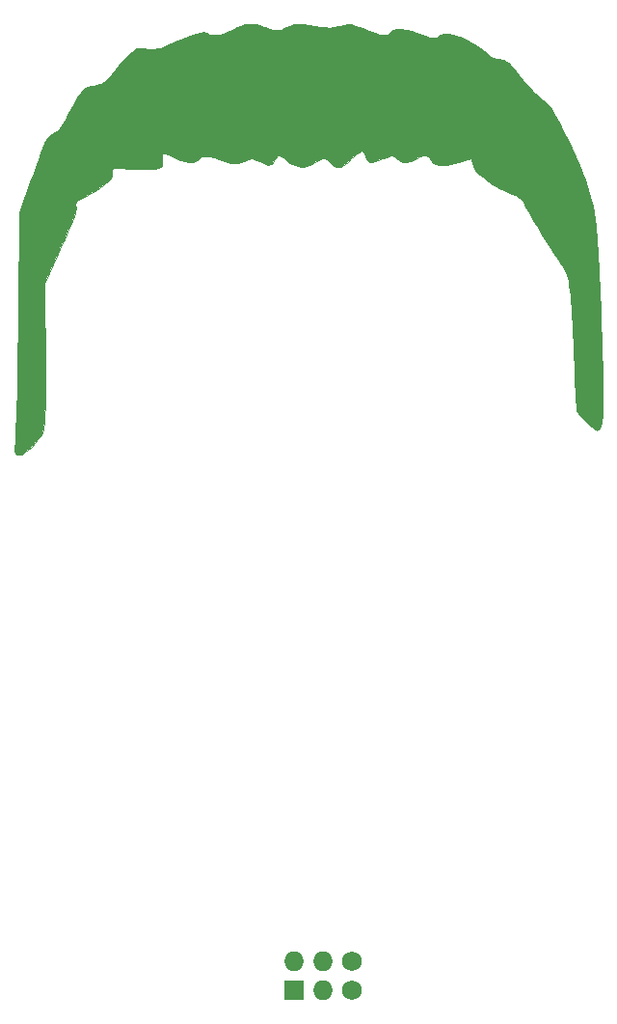
<source format=gbr>
G04 #@! TF.GenerationSoftware,KiCad,Pcbnew,(5.1.2)-1*
G04 #@! TF.CreationDate,2019-06-30T22:56:59-05:00*
G04 #@! TF.ProjectId,hank-hill-sao,68616e6b-2d68-4696-9c6c-2d73616f2e6b,rev?*
G04 #@! TF.SameCoordinates,Original*
G04 #@! TF.FileFunction,Copper,L1,Top*
G04 #@! TF.FilePolarity,Positive*
%FSLAX46Y46*%
G04 Gerber Fmt 4.6, Leading zero omitted, Abs format (unit mm)*
G04 Created by KiCad (PCBNEW (5.1.2)-1) date 2019-06-30 22:56:59*
%MOMM*%
%LPD*%
G04 APERTURE LIST*
%ADD10C,0.010000*%
%ADD11C,1.727200*%
%ADD12O,1.727200X1.727200*%
%ADD13R,1.727200X1.727200*%
G04 APERTURE END LIST*
D10*
G36*
X-6960321Y47141343D02*
G01*
X-6605474Y47055389D01*
X-6185149Y46928065D01*
X-6074130Y46892168D01*
X-5713222Y46776984D01*
X-5428009Y46695674D01*
X-5198412Y46648213D01*
X-5004347Y46634576D01*
X-4825734Y46654740D01*
X-4642490Y46708679D01*
X-4434534Y46796368D01*
X-4238707Y46889911D01*
X-3969390Y47015297D01*
X-3737226Y47104406D01*
X-3519900Y47159356D01*
X-3295098Y47182265D01*
X-3040504Y47175250D01*
X-2733804Y47140430D01*
X-2352682Y47079924D01*
X-2311400Y47072849D01*
X-1750966Y46984227D01*
X-1244783Y46920003D01*
X-803310Y46881066D01*
X-437004Y46868302D01*
X-156323Y46882599D01*
X-122470Y46887100D01*
X62053Y46919362D01*
X304812Y46968847D01*
X565721Y47027181D01*
X687565Y47056339D01*
X907364Y47107307D01*
X1098696Y47140975D01*
X1276434Y47154499D01*
X1455452Y47145035D01*
X1650622Y47109741D01*
X1876817Y47045772D01*
X2148911Y46950286D01*
X2481776Y46820439D01*
X2890286Y46653387D01*
X2971800Y46619645D01*
X3294638Y46487678D01*
X3544185Y46391124D01*
X3739949Y46324040D01*
X3901440Y46280483D01*
X4048168Y46254510D01*
X4199644Y46240178D01*
X4222172Y46238772D01*
X4419585Y46228876D01*
X4547990Y46233964D01*
X4639793Y46262860D01*
X4727399Y46324385D01*
X4812238Y46399411D01*
X5011360Y46557054D01*
X5210616Y46658789D01*
X5440411Y46714794D01*
X5731146Y46735249D01*
X5817640Y46736000D01*
X6300103Y46706951D01*
X6757335Y46614514D01*
X7221833Y46450756D01*
X7493000Y46327014D01*
X7937139Y46135421D01*
X8329565Y46018680D01*
X8666645Y45977165D01*
X8944747Y46011251D01*
X9160236Y46121313D01*
X9194393Y46151411D01*
X9361977Y46275031D01*
X9557665Y46340440D01*
X9803838Y46352181D01*
X10053477Y46325789D01*
X10658459Y46191685D01*
X11280558Y45972511D01*
X11900401Y45678023D01*
X12498614Y45317972D01*
X13055826Y44902112D01*
X13292734Y44695042D01*
X13541064Y44475612D01*
X13747907Y44319517D01*
X13938704Y44213652D01*
X14138899Y44144915D01*
X14373935Y44100199D01*
X14472545Y44087391D01*
X14680142Y44057662D01*
X14864509Y44022660D01*
X14988264Y43989565D01*
X14994726Y43987095D01*
X15121673Y43906553D01*
X15296580Y43750971D01*
X15510797Y43529675D01*
X15755672Y43251992D01*
X16022552Y42927248D01*
X16253152Y42630531D01*
X16662078Y42118867D01*
X17090596Y41632932D01*
X17521847Y41190247D01*
X17938972Y40808333D01*
X18237145Y40568770D01*
X18443133Y40408882D01*
X18624100Y40252050D01*
X18788093Y40086705D01*
X18943162Y39901279D01*
X19097353Y39684204D01*
X19258715Y39423912D01*
X19435296Y39108834D01*
X19635143Y38727403D01*
X19866305Y38268050D01*
X19936993Y38125400D01*
X20392795Y37193613D01*
X20799485Y36339886D01*
X21160203Y35555148D01*
X21478089Y34830325D01*
X21756281Y34156344D01*
X21997919Y33524134D01*
X22206144Y32924620D01*
X22384095Y32348731D01*
X22534911Y31787393D01*
X22661732Y31231533D01*
X22767698Y30672079D01*
X22855948Y30099958D01*
X22929622Y29506097D01*
X22934257Y29464000D01*
X22972841Y29069296D01*
X23012835Y28582402D01*
X23053874Y28012574D01*
X23095596Y27369071D01*
X23137638Y26661149D01*
X23179637Y25898066D01*
X23221228Y25089078D01*
X23262049Y24243442D01*
X23301737Y23370416D01*
X23339927Y22479257D01*
X23376258Y21579221D01*
X23410365Y20679566D01*
X23441885Y19789549D01*
X23470455Y18918427D01*
X23495712Y18075457D01*
X23517293Y17269896D01*
X23534833Y16511001D01*
X23547971Y15808030D01*
X23556342Y15170239D01*
X23559583Y14606885D01*
X23557331Y14127225D01*
X23550161Y13769933D01*
X23531586Y13257181D01*
X23509548Y12835979D01*
X23482812Y12496298D01*
X23450142Y12228112D01*
X23410303Y12021394D01*
X23362059Y11866116D01*
X23304176Y11752252D01*
X23300978Y11747424D01*
X23223600Y11644108D01*
X23146724Y11577872D01*
X23061282Y11553506D01*
X22958204Y11575802D01*
X22828421Y11649551D01*
X22662862Y11779545D01*
X22452458Y11970574D01*
X22188139Y12227430D01*
X21958616Y12456558D01*
X21235032Y13183238D01*
X21133642Y16027719D01*
X21090629Y17188894D01*
X21047696Y18253273D01*
X21004487Y19225661D01*
X20960646Y20110862D01*
X20915816Y20913680D01*
X20869641Y21638919D01*
X20821765Y22291382D01*
X20771832Y22875873D01*
X20719485Y23397198D01*
X20664367Y23860159D01*
X20606124Y24269560D01*
X20544397Y24630205D01*
X20478832Y24946900D01*
X20469026Y24989285D01*
X20444151Y25097440D01*
X20422086Y25189525D01*
X20397833Y25274289D01*
X20366393Y25360484D01*
X20322765Y25456859D01*
X20261950Y25572163D01*
X20178950Y25715146D01*
X20068765Y25894560D01*
X19926395Y26119152D01*
X19746842Y26397674D01*
X19525106Y26738875D01*
X19256188Y27151505D01*
X19073373Y27432000D01*
X18676009Y28044004D01*
X18330176Y28581560D01*
X18030104Y29054117D01*
X17770020Y29471125D01*
X17544151Y29842034D01*
X17346726Y30176292D01*
X17171971Y30483348D01*
X17014115Y30772653D01*
X16901103Y30988000D01*
X16725795Y31320988D01*
X16576493Y31578405D01*
X16435676Y31776485D01*
X16285824Y31931463D01*
X16109416Y32059572D01*
X15888931Y32177047D01*
X15606850Y32300121D01*
X15390856Y32387349D01*
X14527536Y32777958D01*
X13738346Y33233118D01*
X13015307Y33757544D01*
X12875786Y33872972D01*
X12554471Y34174033D01*
X12323302Y34461192D01*
X12174213Y34746568D01*
X12099530Y35039369D01*
X12073491Y35208230D01*
X12048534Y35332440D01*
X12031982Y35381351D01*
X11976278Y35378059D01*
X11844250Y35350299D01*
X11656853Y35302920D01*
X11477483Y35253092D01*
X10951316Y35105305D01*
X10510875Y34990076D01*
X10146444Y34905132D01*
X9848305Y34848199D01*
X9618544Y34818072D01*
X9241053Y34816417D01*
X8922466Y34884665D01*
X8669389Y35019786D01*
X8488428Y35218751D01*
X8416618Y35369210D01*
X8354882Y35453326D01*
X8242850Y35546760D01*
X8218605Y35562720D01*
X8010213Y35637385D01*
X7761460Y35636722D01*
X7497697Y35562893D01*
X7350038Y35488712D01*
X6949778Y35269642D01*
X6606562Y35125190D01*
X6308996Y35054884D01*
X6045687Y35058251D01*
X5805240Y35134817D01*
X5576261Y35284111D01*
X5438649Y35409389D01*
X5254269Y35573157D01*
X5111693Y35652318D01*
X5055422Y35661600D01*
X4961100Y35643720D01*
X4794180Y35594719D01*
X4576256Y35521564D01*
X4328925Y35431218D01*
X4264180Y35406434D01*
X3859159Y35258514D01*
X3533993Y35160273D01*
X3280377Y35110889D01*
X3090009Y35109535D01*
X2954585Y35155388D01*
X2865801Y35247622D01*
X2855419Y35266530D01*
X2806161Y35376834D01*
X2739947Y35541768D01*
X2688810Y35677618D01*
X2609615Y35863009D01*
X2523755Y35985667D01*
X2422326Y36043453D01*
X2296422Y36034224D01*
X2137138Y35955840D01*
X1935571Y35806160D01*
X1682816Y35583043D01*
X1474419Y35385644D01*
X1166611Y35102070D01*
X906665Y34893557D01*
X682908Y34752834D01*
X483669Y34672633D01*
X297275Y34645683D01*
X286238Y34645601D01*
X56257Y34680644D01*
X-148540Y34792911D01*
X-346332Y34993106D01*
X-382717Y35039468D01*
X-542978Y35228287D01*
X-687384Y35341268D01*
X-842689Y35394808D01*
X-980423Y35405800D01*
X-1116091Y35395105D01*
X-1256708Y35354297D01*
X-1422300Y35274205D01*
X-1632892Y35145660D01*
X-1815992Y35023178D01*
X-2157313Y34819739D01*
X-2473353Y34698808D01*
X-2786648Y34653247D01*
X-2969175Y34657985D01*
X-3230633Y34696719D01*
X-3475001Y34775754D01*
X-3727113Y34906353D01*
X-4011805Y35099777D01*
X-4114800Y35177518D01*
X-4423253Y35400637D01*
X-4670782Y35547838D01*
X-4861649Y35621136D01*
X-5000118Y35622543D01*
X-5030472Y35610120D01*
X-5107858Y35534286D01*
X-5197013Y35397933D01*
X-5253780Y35284820D01*
X-5366232Y35073002D01*
X-5492472Y34932185D01*
X-5644612Y34860886D01*
X-5834759Y34857619D01*
X-6075025Y34920902D01*
X-6377520Y35049252D01*
X-6536783Y35127646D01*
X-6805562Y35256281D01*
X-7031619Y35349264D01*
X-7197494Y35399798D01*
X-7254551Y35407046D01*
X-7368769Y35387196D01*
X-7548473Y35333008D01*
X-7767146Y35253242D01*
X-7955833Y35175372D01*
X-8234515Y35060048D01*
X-8465530Y34984614D01*
X-8673240Y34949096D01*
X-8882007Y34953520D01*
X-9116191Y34997911D01*
X-9400156Y35082297D01*
X-9675553Y35177203D01*
X-10172986Y35346452D01*
X-10590064Y35471813D01*
X-10936816Y35555803D01*
X-11223272Y35600937D01*
X-11404546Y35610800D01*
X-11560383Y35606630D01*
X-11669911Y35583365D01*
X-11767821Y35524872D01*
X-11888809Y35415019D01*
X-11944998Y35359491D01*
X-12104738Y35213031D01*
X-12238048Y35127240D01*
X-12379743Y35081724D01*
X-12436116Y35071784D01*
X-12740453Y35064922D01*
X-13106910Y35128525D01*
X-13538323Y35263320D01*
X-14037529Y35470034D01*
X-14097395Y35497515D01*
X-14409213Y35640079D01*
X-14643581Y35741398D01*
X-14814105Y35805299D01*
X-14934391Y35835610D01*
X-15018044Y35836157D01*
X-15078670Y35810768D01*
X-15111560Y35782784D01*
X-15161082Y35705618D01*
X-15170440Y35593126D01*
X-15154036Y35465238D01*
X-15128978Y35260536D01*
X-15114817Y35037050D01*
X-15113703Y34975800D01*
X-15118637Y34821479D01*
X-15147038Y34732582D01*
X-15217653Y34673044D01*
X-15290800Y34635083D01*
X-15472542Y34567778D01*
X-15713420Y34516093D01*
X-16019332Y34479840D01*
X-16396174Y34458831D01*
X-16849841Y34452879D01*
X-17386231Y34461797D01*
X-18011239Y34485395D01*
X-18730762Y34523487D01*
X-18754002Y34524860D01*
X-18992288Y34535245D01*
X-19204680Y34537766D01*
X-19363230Y34532454D01*
X-19427102Y34524118D01*
X-19496505Y34500207D01*
X-19535719Y34455827D01*
X-19553322Y34366238D01*
X-19557889Y34206698D01*
X-19558000Y34146502D01*
X-19571310Y33924913D01*
X-19620403Y33744297D01*
X-19719030Y33579931D01*
X-19880940Y33407090D01*
X-20053028Y33256309D01*
X-20286880Y33075401D01*
X-20586527Y32865168D01*
X-20926805Y32641547D01*
X-21282547Y32420474D01*
X-21628587Y32217885D01*
X-21939760Y32049715D01*
X-22027846Y32005780D01*
X-22304544Y31868718D01*
X-22501321Y31760155D01*
X-22630628Y31666280D01*
X-22704916Y31573285D01*
X-22736636Y31467359D01*
X-22738238Y31334693D01*
X-22729072Y31228017D01*
X-22719641Y31105407D01*
X-22718362Y30983388D01*
X-22727864Y30854961D01*
X-22750771Y30713129D01*
X-22789712Y30550895D01*
X-22847312Y30361259D01*
X-22926198Y30137225D01*
X-23028997Y29871794D01*
X-23158335Y29557968D01*
X-23316840Y29188749D01*
X-23507137Y28757139D01*
X-23731854Y28256141D01*
X-23993617Y27678756D01*
X-24295052Y27017987D01*
X-24374511Y26844207D01*
X-25491445Y24402214D01*
X-25448034Y21256207D01*
X-25431375Y19950908D01*
X-25418827Y18745667D01*
X-25410409Y17639025D01*
X-25406141Y16629525D01*
X-25406041Y15715707D01*
X-25410128Y14896112D01*
X-25418421Y14169282D01*
X-25430939Y13533757D01*
X-25447700Y12988079D01*
X-25468723Y12530789D01*
X-25494028Y12160428D01*
X-25523633Y11875537D01*
X-25557557Y11674658D01*
X-25572641Y11616497D01*
X-25680809Y11357434D01*
X-25854534Y11058365D01*
X-26077718Y10738456D01*
X-26334263Y10416873D01*
X-26608071Y10112783D01*
X-26883045Y9845353D01*
X-27143087Y9633749D01*
X-27339942Y9512300D01*
X-27541630Y9435619D01*
X-27735651Y9401817D01*
X-27893770Y9413121D01*
X-27980496Y9461785D01*
X-28019904Y9523559D01*
X-28048120Y9608323D01*
X-28065473Y9728321D01*
X-28072297Y9895797D01*
X-28068923Y10122996D01*
X-28055683Y10422162D01*
X-28032908Y10805538D01*
X-28021606Y10979125D01*
X-27997300Y11388004D01*
X-27973774Y11869420D01*
X-27950990Y12425327D01*
X-27928910Y13057679D01*
X-27907497Y13768429D01*
X-27886711Y14559531D01*
X-27866515Y15432939D01*
X-27846870Y16390606D01*
X-27827739Y17434487D01*
X-27809084Y18566535D01*
X-27790866Y19788704D01*
X-27773047Y21102948D01*
X-27755589Y22511220D01*
X-27738454Y24015475D01*
X-27721604Y25617665D01*
X-27707060Y27101800D01*
X-27673300Y30657800D01*
X-26636841Y33553400D01*
X-26447221Y34081555D01*
X-26263884Y34589166D01*
X-26090326Y35066747D01*
X-25930047Y35504809D01*
X-25786544Y35893866D01*
X-25663315Y36224431D01*
X-25563859Y36487015D01*
X-25491674Y36672133D01*
X-25452193Y36766216D01*
X-25306532Y37049327D01*
X-25161747Y37258033D01*
X-24995752Y37416903D01*
X-24786459Y37550502D01*
X-24712415Y37589081D01*
X-24558348Y37674947D01*
X-24414086Y37776457D01*
X-24273395Y37902257D01*
X-24130040Y38060995D01*
X-23977788Y38261318D01*
X-23810404Y38511873D01*
X-23621654Y38821307D01*
X-23405303Y39198267D01*
X-23155118Y39651400D01*
X-22943809Y40042191D01*
X-22730489Y40435413D01*
X-22555103Y40749129D01*
X-22410319Y40994793D01*
X-22288809Y41183859D01*
X-22183242Y41327781D01*
X-22086290Y41438014D01*
X-21998572Y41519378D01*
X-21934696Y41568705D01*
X-21863425Y41609556D01*
X-21768873Y41646512D01*
X-21635156Y41684154D01*
X-21446387Y41727063D01*
X-21186682Y41779820D01*
X-20907135Y41834126D01*
X-20656872Y41890935D01*
X-20448542Y41963255D01*
X-20263747Y42064101D01*
X-20084088Y42206486D01*
X-19891167Y42403425D01*
X-19666588Y42667930D01*
X-19584359Y42769807D01*
X-19246370Y43184363D01*
X-18914149Y43577483D01*
X-18595832Y43940440D01*
X-18299554Y44264508D01*
X-18033453Y44540960D01*
X-17805664Y44761071D01*
X-17624325Y44916113D01*
X-17515220Y44988975D01*
X-17429393Y45025616D01*
X-17330540Y45046531D01*
X-17196018Y45052960D01*
X-17003182Y45046142D01*
X-16765490Y45030037D01*
X-16367826Y45002586D01*
X-16044166Y44989200D01*
X-15772141Y44994217D01*
X-15529382Y45021972D01*
X-15293520Y45076801D01*
X-15042188Y45163040D01*
X-14753015Y45285025D01*
X-14403632Y45447093D01*
X-14259318Y45515841D01*
X-13790124Y45731198D01*
X-13323896Y45928606D01*
X-12874401Y46103308D01*
X-12455404Y46250549D01*
X-12080671Y46365574D01*
X-11763967Y46443626D01*
X-11519059Y46479950D01*
X-11462705Y46482001D01*
X-11325153Y46452538D01*
X-11163551Y46378095D01*
X-11106830Y46342300D01*
X-10975727Y46262843D01*
X-10848704Y46221210D01*
X-10683995Y46206829D01*
X-10570700Y46206599D01*
X-10339624Y46220404D01*
X-10105689Y46259941D01*
X-9850684Y46330841D01*
X-9556396Y46438735D01*
X-9204614Y46589255D01*
X-8940800Y46710600D01*
X-8518909Y46902001D01*
X-8162943Y47043708D01*
X-7851001Y47137109D01*
X-7561184Y47183590D01*
X-7271591Y47184539D01*
X-6960321Y47141343D01*
X-6960321Y47141343D01*
G37*
X-6960321Y47141343D02*
X-6605474Y47055389D01*
X-6185149Y46928065D01*
X-6074130Y46892168D01*
X-5713222Y46776984D01*
X-5428009Y46695674D01*
X-5198412Y46648213D01*
X-5004347Y46634576D01*
X-4825734Y46654740D01*
X-4642490Y46708679D01*
X-4434534Y46796368D01*
X-4238707Y46889911D01*
X-3969390Y47015297D01*
X-3737226Y47104406D01*
X-3519900Y47159356D01*
X-3295098Y47182265D01*
X-3040504Y47175250D01*
X-2733804Y47140430D01*
X-2352682Y47079924D01*
X-2311400Y47072849D01*
X-1750966Y46984227D01*
X-1244783Y46920003D01*
X-803310Y46881066D01*
X-437004Y46868302D01*
X-156323Y46882599D01*
X-122470Y46887100D01*
X62053Y46919362D01*
X304812Y46968847D01*
X565721Y47027181D01*
X687565Y47056339D01*
X907364Y47107307D01*
X1098696Y47140975D01*
X1276434Y47154499D01*
X1455452Y47145035D01*
X1650622Y47109741D01*
X1876817Y47045772D01*
X2148911Y46950286D01*
X2481776Y46820439D01*
X2890286Y46653387D01*
X2971800Y46619645D01*
X3294638Y46487678D01*
X3544185Y46391124D01*
X3739949Y46324040D01*
X3901440Y46280483D01*
X4048168Y46254510D01*
X4199644Y46240178D01*
X4222172Y46238772D01*
X4419585Y46228876D01*
X4547990Y46233964D01*
X4639793Y46262860D01*
X4727399Y46324385D01*
X4812238Y46399411D01*
X5011360Y46557054D01*
X5210616Y46658789D01*
X5440411Y46714794D01*
X5731146Y46735249D01*
X5817640Y46736000D01*
X6300103Y46706951D01*
X6757335Y46614514D01*
X7221833Y46450756D01*
X7493000Y46327014D01*
X7937139Y46135421D01*
X8329565Y46018680D01*
X8666645Y45977165D01*
X8944747Y46011251D01*
X9160236Y46121313D01*
X9194393Y46151411D01*
X9361977Y46275031D01*
X9557665Y46340440D01*
X9803838Y46352181D01*
X10053477Y46325789D01*
X10658459Y46191685D01*
X11280558Y45972511D01*
X11900401Y45678023D01*
X12498614Y45317972D01*
X13055826Y44902112D01*
X13292734Y44695042D01*
X13541064Y44475612D01*
X13747907Y44319517D01*
X13938704Y44213652D01*
X14138899Y44144915D01*
X14373935Y44100199D01*
X14472545Y44087391D01*
X14680142Y44057662D01*
X14864509Y44022660D01*
X14988264Y43989565D01*
X14994726Y43987095D01*
X15121673Y43906553D01*
X15296580Y43750971D01*
X15510797Y43529675D01*
X15755672Y43251992D01*
X16022552Y42927248D01*
X16253152Y42630531D01*
X16662078Y42118867D01*
X17090596Y41632932D01*
X17521847Y41190247D01*
X17938972Y40808333D01*
X18237145Y40568770D01*
X18443133Y40408882D01*
X18624100Y40252050D01*
X18788093Y40086705D01*
X18943162Y39901279D01*
X19097353Y39684204D01*
X19258715Y39423912D01*
X19435296Y39108834D01*
X19635143Y38727403D01*
X19866305Y38268050D01*
X19936993Y38125400D01*
X20392795Y37193613D01*
X20799485Y36339886D01*
X21160203Y35555148D01*
X21478089Y34830325D01*
X21756281Y34156344D01*
X21997919Y33524134D01*
X22206144Y32924620D01*
X22384095Y32348731D01*
X22534911Y31787393D01*
X22661732Y31231533D01*
X22767698Y30672079D01*
X22855948Y30099958D01*
X22929622Y29506097D01*
X22934257Y29464000D01*
X22972841Y29069296D01*
X23012835Y28582402D01*
X23053874Y28012574D01*
X23095596Y27369071D01*
X23137638Y26661149D01*
X23179637Y25898066D01*
X23221228Y25089078D01*
X23262049Y24243442D01*
X23301737Y23370416D01*
X23339927Y22479257D01*
X23376258Y21579221D01*
X23410365Y20679566D01*
X23441885Y19789549D01*
X23470455Y18918427D01*
X23495712Y18075457D01*
X23517293Y17269896D01*
X23534833Y16511001D01*
X23547971Y15808030D01*
X23556342Y15170239D01*
X23559583Y14606885D01*
X23557331Y14127225D01*
X23550161Y13769933D01*
X23531586Y13257181D01*
X23509548Y12835979D01*
X23482812Y12496298D01*
X23450142Y12228112D01*
X23410303Y12021394D01*
X23362059Y11866116D01*
X23304176Y11752252D01*
X23300978Y11747424D01*
X23223600Y11644108D01*
X23146724Y11577872D01*
X23061282Y11553506D01*
X22958204Y11575802D01*
X22828421Y11649551D01*
X22662862Y11779545D01*
X22452458Y11970574D01*
X22188139Y12227430D01*
X21958616Y12456558D01*
X21235032Y13183238D01*
X21133642Y16027719D01*
X21090629Y17188894D01*
X21047696Y18253273D01*
X21004487Y19225661D01*
X20960646Y20110862D01*
X20915816Y20913680D01*
X20869641Y21638919D01*
X20821765Y22291382D01*
X20771832Y22875873D01*
X20719485Y23397198D01*
X20664367Y23860159D01*
X20606124Y24269560D01*
X20544397Y24630205D01*
X20478832Y24946900D01*
X20469026Y24989285D01*
X20444151Y25097440D01*
X20422086Y25189525D01*
X20397833Y25274289D01*
X20366393Y25360484D01*
X20322765Y25456859D01*
X20261950Y25572163D01*
X20178950Y25715146D01*
X20068765Y25894560D01*
X19926395Y26119152D01*
X19746842Y26397674D01*
X19525106Y26738875D01*
X19256188Y27151505D01*
X19073373Y27432000D01*
X18676009Y28044004D01*
X18330176Y28581560D01*
X18030104Y29054117D01*
X17770020Y29471125D01*
X17544151Y29842034D01*
X17346726Y30176292D01*
X17171971Y30483348D01*
X17014115Y30772653D01*
X16901103Y30988000D01*
X16725795Y31320988D01*
X16576493Y31578405D01*
X16435676Y31776485D01*
X16285824Y31931463D01*
X16109416Y32059572D01*
X15888931Y32177047D01*
X15606850Y32300121D01*
X15390856Y32387349D01*
X14527536Y32777958D01*
X13738346Y33233118D01*
X13015307Y33757544D01*
X12875786Y33872972D01*
X12554471Y34174033D01*
X12323302Y34461192D01*
X12174213Y34746568D01*
X12099530Y35039369D01*
X12073491Y35208230D01*
X12048534Y35332440D01*
X12031982Y35381351D01*
X11976278Y35378059D01*
X11844250Y35350299D01*
X11656853Y35302920D01*
X11477483Y35253092D01*
X10951316Y35105305D01*
X10510875Y34990076D01*
X10146444Y34905132D01*
X9848305Y34848199D01*
X9618544Y34818072D01*
X9241053Y34816417D01*
X8922466Y34884665D01*
X8669389Y35019786D01*
X8488428Y35218751D01*
X8416618Y35369210D01*
X8354882Y35453326D01*
X8242850Y35546760D01*
X8218605Y35562720D01*
X8010213Y35637385D01*
X7761460Y35636722D01*
X7497697Y35562893D01*
X7350038Y35488712D01*
X6949778Y35269642D01*
X6606562Y35125190D01*
X6308996Y35054884D01*
X6045687Y35058251D01*
X5805240Y35134817D01*
X5576261Y35284111D01*
X5438649Y35409389D01*
X5254269Y35573157D01*
X5111693Y35652318D01*
X5055422Y35661600D01*
X4961100Y35643720D01*
X4794180Y35594719D01*
X4576256Y35521564D01*
X4328925Y35431218D01*
X4264180Y35406434D01*
X3859159Y35258514D01*
X3533993Y35160273D01*
X3280377Y35110889D01*
X3090009Y35109535D01*
X2954585Y35155388D01*
X2865801Y35247622D01*
X2855419Y35266530D01*
X2806161Y35376834D01*
X2739947Y35541768D01*
X2688810Y35677618D01*
X2609615Y35863009D01*
X2523755Y35985667D01*
X2422326Y36043453D01*
X2296422Y36034224D01*
X2137138Y35955840D01*
X1935571Y35806160D01*
X1682816Y35583043D01*
X1474419Y35385644D01*
X1166611Y35102070D01*
X906665Y34893557D01*
X682908Y34752834D01*
X483669Y34672633D01*
X297275Y34645683D01*
X286238Y34645601D01*
X56257Y34680644D01*
X-148540Y34792911D01*
X-346332Y34993106D01*
X-382717Y35039468D01*
X-542978Y35228287D01*
X-687384Y35341268D01*
X-842689Y35394808D01*
X-980423Y35405800D01*
X-1116091Y35395105D01*
X-1256708Y35354297D01*
X-1422300Y35274205D01*
X-1632892Y35145660D01*
X-1815992Y35023178D01*
X-2157313Y34819739D01*
X-2473353Y34698808D01*
X-2786648Y34653247D01*
X-2969175Y34657985D01*
X-3230633Y34696719D01*
X-3475001Y34775754D01*
X-3727113Y34906353D01*
X-4011805Y35099777D01*
X-4114800Y35177518D01*
X-4423253Y35400637D01*
X-4670782Y35547838D01*
X-4861649Y35621136D01*
X-5000118Y35622543D01*
X-5030472Y35610120D01*
X-5107858Y35534286D01*
X-5197013Y35397933D01*
X-5253780Y35284820D01*
X-5366232Y35073002D01*
X-5492472Y34932185D01*
X-5644612Y34860886D01*
X-5834759Y34857619D01*
X-6075025Y34920902D01*
X-6377520Y35049252D01*
X-6536783Y35127646D01*
X-6805562Y35256281D01*
X-7031619Y35349264D01*
X-7197494Y35399798D01*
X-7254551Y35407046D01*
X-7368769Y35387196D01*
X-7548473Y35333008D01*
X-7767146Y35253242D01*
X-7955833Y35175372D01*
X-8234515Y35060048D01*
X-8465530Y34984614D01*
X-8673240Y34949096D01*
X-8882007Y34953520D01*
X-9116191Y34997911D01*
X-9400156Y35082297D01*
X-9675553Y35177203D01*
X-10172986Y35346452D01*
X-10590064Y35471813D01*
X-10936816Y35555803D01*
X-11223272Y35600937D01*
X-11404546Y35610800D01*
X-11560383Y35606630D01*
X-11669911Y35583365D01*
X-11767821Y35524872D01*
X-11888809Y35415019D01*
X-11944998Y35359491D01*
X-12104738Y35213031D01*
X-12238048Y35127240D01*
X-12379743Y35081724D01*
X-12436116Y35071784D01*
X-12740453Y35064922D01*
X-13106910Y35128525D01*
X-13538323Y35263320D01*
X-14037529Y35470034D01*
X-14097395Y35497515D01*
X-14409213Y35640079D01*
X-14643581Y35741398D01*
X-14814105Y35805299D01*
X-14934391Y35835610D01*
X-15018044Y35836157D01*
X-15078670Y35810768D01*
X-15111560Y35782784D01*
X-15161082Y35705618D01*
X-15170440Y35593126D01*
X-15154036Y35465238D01*
X-15128978Y35260536D01*
X-15114817Y35037050D01*
X-15113703Y34975800D01*
X-15118637Y34821479D01*
X-15147038Y34732582D01*
X-15217653Y34673044D01*
X-15290800Y34635083D01*
X-15472542Y34567778D01*
X-15713420Y34516093D01*
X-16019332Y34479840D01*
X-16396174Y34458831D01*
X-16849841Y34452879D01*
X-17386231Y34461797D01*
X-18011239Y34485395D01*
X-18730762Y34523487D01*
X-18754002Y34524860D01*
X-18992288Y34535245D01*
X-19204680Y34537766D01*
X-19363230Y34532454D01*
X-19427102Y34524118D01*
X-19496505Y34500207D01*
X-19535719Y34455827D01*
X-19553322Y34366238D01*
X-19557889Y34206698D01*
X-19558000Y34146502D01*
X-19571310Y33924913D01*
X-19620403Y33744297D01*
X-19719030Y33579931D01*
X-19880940Y33407090D01*
X-20053028Y33256309D01*
X-20286880Y33075401D01*
X-20586527Y32865168D01*
X-20926805Y32641547D01*
X-21282547Y32420474D01*
X-21628587Y32217885D01*
X-21939760Y32049715D01*
X-22027846Y32005780D01*
X-22304544Y31868718D01*
X-22501321Y31760155D01*
X-22630628Y31666280D01*
X-22704916Y31573285D01*
X-22736636Y31467359D01*
X-22738238Y31334693D01*
X-22729072Y31228017D01*
X-22719641Y31105407D01*
X-22718362Y30983388D01*
X-22727864Y30854961D01*
X-22750771Y30713129D01*
X-22789712Y30550895D01*
X-22847312Y30361259D01*
X-22926198Y30137225D01*
X-23028997Y29871794D01*
X-23158335Y29557968D01*
X-23316840Y29188749D01*
X-23507137Y28757139D01*
X-23731854Y28256141D01*
X-23993617Y27678756D01*
X-24295052Y27017987D01*
X-24374511Y26844207D01*
X-25491445Y24402214D01*
X-25448034Y21256207D01*
X-25431375Y19950908D01*
X-25418827Y18745667D01*
X-25410409Y17639025D01*
X-25406141Y16629525D01*
X-25406041Y15715707D01*
X-25410128Y14896112D01*
X-25418421Y14169282D01*
X-25430939Y13533757D01*
X-25447700Y12988079D01*
X-25468723Y12530789D01*
X-25494028Y12160428D01*
X-25523633Y11875537D01*
X-25557557Y11674658D01*
X-25572641Y11616497D01*
X-25680809Y11357434D01*
X-25854534Y11058365D01*
X-26077718Y10738456D01*
X-26334263Y10416873D01*
X-26608071Y10112783D01*
X-26883045Y9845353D01*
X-27143087Y9633749D01*
X-27339942Y9512300D01*
X-27541630Y9435619D01*
X-27735651Y9401817D01*
X-27893770Y9413121D01*
X-27980496Y9461785D01*
X-28019904Y9523559D01*
X-28048120Y9608323D01*
X-28065473Y9728321D01*
X-28072297Y9895797D01*
X-28068923Y10122996D01*
X-28055683Y10422162D01*
X-28032908Y10805538D01*
X-28021606Y10979125D01*
X-27997300Y11388004D01*
X-27973774Y11869420D01*
X-27950990Y12425327D01*
X-27928910Y13057679D01*
X-27907497Y13768429D01*
X-27886711Y14559531D01*
X-27866515Y15432939D01*
X-27846870Y16390606D01*
X-27827739Y17434487D01*
X-27809084Y18566535D01*
X-27790866Y19788704D01*
X-27773047Y21102948D01*
X-27755589Y22511220D01*
X-27738454Y24015475D01*
X-27721604Y25617665D01*
X-27707060Y27101800D01*
X-27673300Y30657800D01*
X-26636841Y33553400D01*
X-26447221Y34081555D01*
X-26263884Y34589166D01*
X-26090326Y35066747D01*
X-25930047Y35504809D01*
X-25786544Y35893866D01*
X-25663315Y36224431D01*
X-25563859Y36487015D01*
X-25491674Y36672133D01*
X-25452193Y36766216D01*
X-25306532Y37049327D01*
X-25161747Y37258033D01*
X-24995752Y37416903D01*
X-24786459Y37550502D01*
X-24712415Y37589081D01*
X-24558348Y37674947D01*
X-24414086Y37776457D01*
X-24273395Y37902257D01*
X-24130040Y38060995D01*
X-23977788Y38261318D01*
X-23810404Y38511873D01*
X-23621654Y38821307D01*
X-23405303Y39198267D01*
X-23155118Y39651400D01*
X-22943809Y40042191D01*
X-22730489Y40435413D01*
X-22555103Y40749129D01*
X-22410319Y40994793D01*
X-22288809Y41183859D01*
X-22183242Y41327781D01*
X-22086290Y41438014D01*
X-21998572Y41519378D01*
X-21934696Y41568705D01*
X-21863425Y41609556D01*
X-21768873Y41646512D01*
X-21635156Y41684154D01*
X-21446387Y41727063D01*
X-21186682Y41779820D01*
X-20907135Y41834126D01*
X-20656872Y41890935D01*
X-20448542Y41963255D01*
X-20263747Y42064101D01*
X-20084088Y42206486D01*
X-19891167Y42403425D01*
X-19666588Y42667930D01*
X-19584359Y42769807D01*
X-19246370Y43184363D01*
X-18914149Y43577483D01*
X-18595832Y43940440D01*
X-18299554Y44264508D01*
X-18033453Y44540960D01*
X-17805664Y44761071D01*
X-17624325Y44916113D01*
X-17515220Y44988975D01*
X-17429393Y45025616D01*
X-17330540Y45046531D01*
X-17196018Y45052960D01*
X-17003182Y45046142D01*
X-16765490Y45030037D01*
X-16367826Y45002586D01*
X-16044166Y44989200D01*
X-15772141Y44994217D01*
X-15529382Y45021972D01*
X-15293520Y45076801D01*
X-15042188Y45163040D01*
X-14753015Y45285025D01*
X-14403632Y45447093D01*
X-14259318Y45515841D01*
X-13790124Y45731198D01*
X-13323896Y45928606D01*
X-12874401Y46103308D01*
X-12455404Y46250549D01*
X-12080671Y46365574D01*
X-11763967Y46443626D01*
X-11519059Y46479950D01*
X-11462705Y46482001D01*
X-11325153Y46452538D01*
X-11163551Y46378095D01*
X-11106830Y46342300D01*
X-10975727Y46262843D01*
X-10848704Y46221210D01*
X-10683995Y46206829D01*
X-10570700Y46206599D01*
X-10339624Y46220404D01*
X-10105689Y46259941D01*
X-9850684Y46330841D01*
X-9556396Y46438735D01*
X-9204614Y46589255D01*
X-8940800Y46710600D01*
X-8518909Y46902001D01*
X-8162943Y47043708D01*
X-7851001Y47137109D01*
X-7561184Y47183590D01*
X-7271591Y47184539D01*
X-6960321Y47141343D01*
D11*
X1514901Y-34993941D03*
X1514901Y-37533941D03*
D12*
X-1025099Y-34993941D03*
X-1025099Y-37533941D03*
X-3565099Y-34993941D03*
D13*
X-3565099Y-37533941D03*
M02*

</source>
